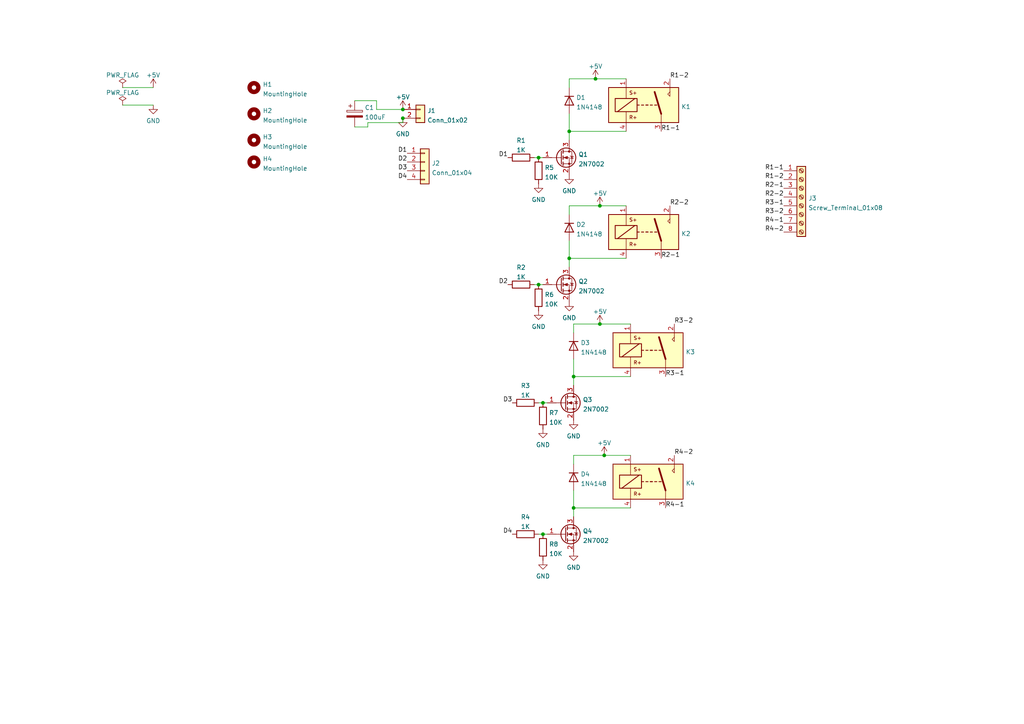
<source format=kicad_sch>
(kicad_sch (version 20211123) (generator eeschema)
  (paper "A4")
  (lib_symbols
    (symbol "Connector:Screw_Terminal_01x08" (pin_names (offset 1.016) hide)
      (property "Reference" "J" (at 0 10.16 0))
      (property "Value" "Screw_Terminal_01x08" (at 0 -12.7 0))
      (symbol "Screw_Terminal_01x08_1_1"
        (rectangle (start -1.27 8.89) (end 1.27 -11.43) (stroke (width 0.254)) (fill (type background)))
        (circle (center 0 -10.16) (radius 0.635) (stroke (width 0.1524)))
        (circle (center 0 -7.62) (radius 0.635) (stroke (width 0.1524)))
        (circle (center 0 -5.08) (radius 0.635) (stroke (width 0.1524)))
        (circle (center 0 -2.54) (radius 0.635) (stroke (width 0.1524)))
        (polyline (pts (xy -0.5334 -9.8298) (xy 0.3302 -10.668)) (stroke (width 0.1524)))
        (polyline (pts (xy -0.5334 -7.2898) (xy 0.3302 -8.128)) (stroke (width 0.1524)))
        (polyline (pts (xy -0.5334 -4.7498) (xy 0.3302 -5.588)) (stroke (width 0.1524)))
        (polyline (pts (xy -0.5334 -2.2098) (xy 0.3302 -3.048)) (stroke (width 0.1524)))
        (polyline (pts (xy -0.5334 0.3302) (xy 0.3302 -0.508)) (stroke (width 0.1524)))
        (polyline (pts (xy -0.5334 2.8702) (xy 0.3302 2.032)) (stroke (width 0.1524)))
        (polyline (pts (xy -0.5334 5.4102) (xy 0.3302 4.572)) (stroke (width 0.1524)))
        (polyline (pts (xy -0.5334 7.9502) (xy 0.3302 7.112)) (stroke (width 0.1524)))
        (polyline (pts (xy -0.3556 -9.652) (xy 0.508 -10.4902)) (stroke (width 0.1524)))
        (polyline (pts (xy -0.3556 -7.112) (xy 0.508 -7.9502)) (stroke (width 0.1524)))
        (polyline (pts (xy -0.3556 -4.572) (xy 0.508 -5.4102)) (stroke (width 0.1524)))
        (polyline (pts (xy -0.3556 -2.032) (xy 0.508 -2.8702)) (stroke (width 0.1524)))
        (polyline (pts (xy -0.3556 0.508) (xy 0.508 -0.3302)) (stroke (width 0.1524)))
        (polyline (pts (xy -0.3556 3.048) (xy 0.508 2.2098)) (stroke (width 0.1524)))
        (polyline (pts (xy -0.3556 5.588) (xy 0.508 4.7498)) (stroke (width 0.1524)))
        (polyline (pts (xy -0.3556 8.128) (xy 0.508 7.2898)) (stroke (width 0.1524)))
        (circle (center 0 0) (radius 0.635) (stroke (width 0.1524)))
        (circle (center 0 2.54) (radius 0.635) (stroke (width 0.1524)))
        (circle (center 0 5.08) (radius 0.635) (stroke (width 0.1524)))
        (circle (center 0 7.62) (radius 0.635) (stroke (width 0.1524)))
        (pin passive line (at -5.08 7.62 0) (length 3.81) (name "Pin_1") (number "1"))
        (pin passive line (at -5.08 5.08 0) (length 3.81) (name "Pin_2") (number "2"))
        (pin passive line (at -5.08 2.54 0) (length 3.81) (name "Pin_3") (number "3"))
        (pin passive line (at -5.08 0 0) (length 3.81) (name "Pin_4") (number "4"))
        (pin passive line (at -5.08 -2.54 0) (length 3.81) (name "Pin_5") (number "5"))
        (pin passive line (at -5.08 -5.08 0) (length 3.81) (name "Pin_6") (number "6"))
        (pin passive line (at -5.08 -7.62 0) (length 3.81) (name "Pin_7") (number "7"))
        (pin passive line (at -5.08 -10.16 0) (length 3.81) (name "Pin_8") (number "8"))
      )
    )
    (symbol "Connector_Generic:Conn_01x02" (pin_names (offset 1.016) hide)
      (property "Reference" "J" (at 0 2.54 0))
      (property "Value" "Conn_01x02" (at 0 -5.08 0))
      (symbol "Conn_01x02_1_1"
        (rectangle (start -1.27 -2.413) (end 0 -2.667) (stroke (width 0.1524)))
        (rectangle (start -1.27 0.127) (end 0 -0.127) (stroke (width 0.1524)))
        (rectangle (start -1.27 1.27) (end 1.27 -3.81) (stroke (width 0.254)) (fill (type background)))
        (pin passive line (at -5.08 0 0) (length 3.81) (name "Pin_1") (number "1"))
        (pin passive line (at -5.08 -2.54 0) (length 3.81) (name "Pin_2") (number "2"))
      )
    )
    (symbol "Connector_Generic:Conn_01x04" (pin_names (offset 1.016) hide)
      (property "Reference" "J" (at 0 5.08 0))
      (property "Value" "Conn_01x04" (at 0 -7.62 0))
      (symbol "Conn_01x04_1_1"
        (rectangle (start -1.27 -4.953) (end 0 -5.207) (stroke (width 0.1524)))
        (rectangle (start -1.27 -2.413) (end 0 -2.667) (stroke (width 0.1524)))
        (rectangle (start -1.27 0.127) (end 0 -0.127) (stroke (width 0.1524)))
        (rectangle (start -1.27 2.667) (end 0 2.413) (stroke (width 0.1524)))
        (rectangle (start -1.27 3.81) (end 1.27 -6.35) (stroke (width 0.254)) (fill (type background)))
        (pin passive line (at -5.08 2.54 0) (length 3.81) (name "Pin_1") (number "1"))
        (pin passive line (at -5.08 0 0) (length 3.81) (name "Pin_2") (number "2"))
        (pin passive line (at -5.08 -2.54 0) (length 3.81) (name "Pin_3") (number "3"))
        (pin passive line (at -5.08 -5.08 0) (length 3.81) (name "Pin_4") (number "4"))
      )
    )
    (symbol "Device:C_Polarized" (pin_numbers hide) (pin_names (offset 0.254))
      (property "Reference" "C" (at 0.635 2.54 0))
      (property "Value" "C_Polarized" (at 0.635 -2.54 0))
      (symbol "C_Polarized_0_1"
        (rectangle (start -2.286 0.508) (end 2.286 1.016))
        (polyline (pts (xy -1.778 2.286) (xy -0.762 2.286)))
        (polyline (pts (xy -1.27 2.794) (xy -1.27 1.778)))
        (rectangle (start 2.286 -0.508) (end -2.286 -1.016) (fill (type outline)))
      )
      (symbol "C_Polarized_1_1"
        (pin passive line (at 0 3.81 270) (length 2.794) (name "~") (number "1"))
        (pin passive line (at 0 -3.81 90) (length 2.794) (name "~") (number "2"))
      )
    )
    (symbol "Device:R" (pin_numbers hide) (pin_names (offset 0))
      (property "Reference" "R" (at 2.032 0 90))
      (property "Value" "R" (at 0 0 90))
      (symbol "R_0_1"
        (rectangle (start -1.016 -2.54) (end 1.016 2.54) (stroke (width 0.254)))
      )
      (symbol "R_1_1"
        (pin passive line (at 0 3.81 270) (length 1.27) (name "~") (number "1"))
        (pin passive line (at 0 -3.81 90) (length 1.27) (name "~") (number "2"))
      )
    )
    (symbol "Diode:1N4148" (pin_numbers hide) (pin_names (offset 1.016) hide)
      (property "Reference" "D" (at 0 2.54 0))
      (property "Value" "1N4148" (at 0 -2.54 0))
      (symbol "1N4148_0_1"
        (polyline (pts (xy -1.27 1.27) (xy -1.27 -1.27)) (stroke (width 0.254)))
        (polyline (pts (xy 1.27 0) (xy -1.27 0)))
        (polyline (pts (xy 1.27 1.27) (xy 1.27 -1.27) (xy -1.27 0) (xy 1.27 1.27)) (stroke (width 0.254)))
      )
      (symbol "1N4148_1_1"
        (pin passive line (at -3.81 0 0) (length 2.54) (name "K") (number "1"))
        (pin passive line (at 3.81 0 180) (length 2.54) (name "A") (number "2"))
      )
    )
    (symbol "Evan's misc parts:sonoff_relay"
      (property "Reference" "K" (at 11.43 1.27 0))
      (symbol "sonoff_relay_1_1"
        (rectangle (start -10.16 5.08) (end 10.16 -5.08) (stroke (width 0.254)) (fill (type background)))
        (rectangle (start -8.255 1.905) (end -1.905 -1.905) (stroke (width 0.254)))
        (polyline (pts (xy -7.62 -1.905) (xy -2.54 1.905)) (stroke (width 0.254)))
        (polyline (pts (xy -5.08 -5.08) (xy -5.08 -1.905)))
        (polyline (pts (xy -5.08 5.08) (xy -5.08 1.905)))
        (polyline (pts (xy -1.905 0) (xy -1.27 0)) (stroke (width 0.254)))
        (polyline (pts (xy -0.635 0) (xy 0 0)) (stroke (width 0.254)))
        (polyline (pts (xy 0.635 0) (xy 1.27 0)) (stroke (width 0.254)))
        (polyline (pts (xy 0.635 0) (xy 1.27 0)) (stroke (width 0.254)))
        (polyline (pts (xy 1.905 0) (xy 2.54 0)) (stroke (width 0.254)))
        (polyline (pts (xy 3.175 0) (xy 3.81 0)) (stroke (width 0.254)))
        (polyline (pts (xy 5.08 -2.54) (xy 3.175 3.81)) (stroke (width 0.508)))
        (polyline (pts (xy 5.08 -2.54) (xy 5.08 -5.08)))
        (polyline (pts (xy 7.62 3.81) (xy 7.62 5.08)))
        (polyline (pts (xy 7.62 3.81) (xy 7.62 2.54) (xy 6.985 3.175) (xy 7.62 3.81)))
        (text "R+" (at -3.048 -3.556 0) (effects (font (size 1.016 1.016))))
        (text "S+" (at -3.048 3.556 0) (effects (font (size 1.016 1.016))))
        (pin passive line (at -5.08 7.62 270) (length 2.54) (name "~") (number "1"))
        (pin passive line (at 7.62 7.62 270) (length 2.54) (name "~") (number "2"))
        (pin passive line (at 5.08 -7.62 90) (length 2.54) (name "~") (number "3"))
        (pin passive line (at -5.08 -7.62 90) (length 2.54) (name "~") (number "4"))
      )
    )
    (symbol "Mechanical:MountingHole" (pin_names (offset 1.016))
      (property "Reference" "H" (at 0 5.08 0))
      (property "Value" "MountingHole" (at 0 3.175 0))
      (symbol "MountingHole_0_1"
        (circle (center 0 0) (radius 1.27) (stroke (width 1.27)))
      )
    )
    (symbol "Transistor_FET:2N7002" (pin_names hide)
      (property "Reference" "Q" (at 5.08 1.905 0))
      (property "Value" "2N7002" (at 5.08 0 0))
      (symbol "2N7002_0_1"
        (polyline (pts (xy 0.254 0) (xy -2.54 0)))
        (polyline (pts (xy 0.254 1.905) (xy 0.254 -1.905)) (stroke (width 0.254)))
        (polyline (pts (xy 0.762 -1.27) (xy 0.762 -2.286)) (stroke (width 0.254)))
        (polyline (pts (xy 0.762 0.508) (xy 0.762 -0.508)) (stroke (width 0.254)))
        (polyline (pts (xy 0.762 2.286) (xy 0.762 1.27)) (stroke (width 0.254)))
        (polyline (pts (xy 2.54 2.54) (xy 2.54 1.778)))
        (polyline (pts (xy 2.54 -2.54) (xy 2.54 0) (xy 0.762 0)))
        (polyline (pts (xy 0.762 -1.778) (xy 3.302 -1.778) (xy 3.302 1.778) (xy 0.762 1.778)))
        (polyline (pts (xy 1.016 0) (xy 2.032 0.381) (xy 2.032 -0.381) (xy 1.016 0)) (fill (type outline)))
        (polyline (pts (xy 2.794 0.508) (xy 2.921 0.381) (xy 3.683 0.381) (xy 3.81 0.254)))
        (polyline (pts (xy 3.302 0.381) (xy 2.921 -0.254) (xy 3.683 -0.254) (xy 3.302 0.381)))
        (circle (center 1.651 0) (radius 2.794) (stroke (width 0.254)))
        (circle (center 2.54 -1.778) (radius 0.254) (fill (type outline)))
        (circle (center 2.54 1.778) (radius 0.254) (fill (type outline)))
      )
      (symbol "2N7002_1_1"
        (pin input line (at -5.08 0 0) (length 2.54) (name "G") (number "1"))
        (pin passive line (at 2.54 -5.08 90) (length 2.54) (name "S") (number "2"))
        (pin passive line (at 2.54 5.08 270) (length 2.54) (name "D") (number "3"))
      )
    )
    (symbol "power:+5V" (power) (pin_names (offset 0))
      (property "Value" "+5V" (at 0 3.556 0))
      (symbol "+5V_0_1"
        (polyline (pts (xy -0.762 1.27) (xy 0 2.54)))
        (polyline (pts (xy 0 0) (xy 0 2.54)))
        (polyline (pts (xy 0 2.54) (xy 0.762 1.27)))
      )
      (symbol "+5V_1_1"
        (pin power_in line (at 0 0 90) (length 0) hide (name "+5V") (number "1"))
      )
    )
    (symbol "power:GND" (power) (pin_names (offset 0))
      (property "Value" "GND" (at 0 -3.81 0))
      (symbol "GND_0_1"
        (polyline (pts (xy 0 0) (xy 0 -1.27) (xy 1.27 -1.27) (xy 0 -2.54) (xy -1.27 -1.27) (xy 0 -1.27)))
      )
      (symbol "GND_1_1"
        (pin power_in line (at 0 0 270) (length 0) hide (name "GND") (number "1"))
      )
    )
    (symbol "power:PWR_FLAG" (power) (pin_numbers hide) (pin_names (offset 0) hide)
      (property "Value" "PWR_FLAG" (at 0 3.81 0))
      (symbol "PWR_FLAG_0_0"
        (pin power_out line (at 0 0 90) (length 0) (name "pwr") (number "1"))
      )
      (symbol "PWR_FLAG_0_1"
        (polyline (pts (xy 0 0) (xy 0 1.27) (xy -1.016 1.905) (xy 0 2.54) (xy 1.016 1.905) (xy 0 1.27)))
      )
    )
  )
  (junction (at 156.21 45.72))
  (junction (at 172.72 22.86))
  (junction (at 116.84 34.29))
  (junction (at 173.99 59.69))
  (junction (at 116.84 31.75))
  (junction (at 157.48 116.84))
  (junction (at 173.99 93.98))
  (junction (at 166.37 109.22))
  (junction (at 156.21 82.55))
  (junction (at 165.1 74.93))
  (junction (at 166.37 147.32))
  (junction (at 157.48 154.94))
  (junction (at 175.26 132.08))
  (junction (at 165.1 38.1))
  (wire (pts (xy 182.88 109.22) (xy 166.37 109.22)))
  (wire (pts (xy 156.21 116.84) (xy 157.48 116.84)))
  (wire (pts (xy 166.37 147.32) (xy 166.37 149.86)))
  (wire (pts (xy 173.99 93.98) (xy 166.37 93.98)))
  (wire (pts (xy 165.1 22.86) (xy 165.1 25.4)))
  (wire (pts (xy 166.37 109.22) (xy 166.37 111.76)))
  (wire (pts (xy 35.56 30.48) (xy 44.45 30.48)))
  (wire (pts (xy 182.88 147.32) (xy 166.37 147.32)))
  (wire (pts (xy 109.22 29.21) (xy 102.87 29.21)))
  (wire (pts (xy 106.68 36.83) (xy 102.87 36.83)))
  (wire (pts (xy 181.61 22.86) (xy 172.72 22.86)))
  (wire (pts (xy 165.1 38.1) (xy 165.1 40.64)))
  (wire (pts (xy 156.21 154.94) (xy 157.48 154.94)))
  (wire (pts (xy 182.88 132.08) (xy 175.26 132.08)))
  (wire (pts (xy 166.37 104.14) (xy 166.37 109.22)))
  (wire (pts (xy 106.68 35.56) (xy 106.68 36.83)))
  (wire (pts (xy 154.94 82.55) (xy 156.21 82.55)))
  (wire (pts (xy 173.99 59.69) (xy 165.1 59.69)))
  (wire (pts (xy 181.61 38.1) (xy 165.1 38.1)))
  (wire (pts (xy 182.88 93.98) (xy 173.99 93.98)))
  (wire (pts (xy 116.84 35.56) (xy 106.68 35.56)))
  (wire (pts (xy 165.1 74.93) (xy 165.1 77.47)))
  (wire (pts (xy 175.26 132.08) (xy 166.37 132.08)))
  (wire (pts (xy 116.84 34.29) (xy 116.84 35.56)))
  (wire (pts (xy 166.37 132.08) (xy 166.37 134.62)))
  (wire (pts (xy 172.72 22.86) (xy 165.1 22.86)))
  (wire (pts (xy 166.37 93.98) (xy 166.37 96.52)))
  (wire (pts (xy 166.37 142.24) (xy 166.37 147.32)))
  (wire (pts (xy 165.1 69.85) (xy 165.1 74.93)))
  (wire (pts (xy 165.1 33.02) (xy 165.1 38.1)))
  (wire (pts (xy 116.84 31.75) (xy 109.22 31.75)))
  (wire (pts (xy 109.22 31.75) (xy 109.22 29.21)))
  (wire (pts (xy 181.61 74.93) (xy 165.1 74.93)))
  (wire (pts (xy 156.21 45.72) (xy 157.48 45.72)))
  (wire (pts (xy 181.61 59.69) (xy 173.99 59.69)))
  (wire (pts (xy 156.21 82.55) (xy 157.48 82.55)))
  (wire (pts (xy 154.94 45.72) (xy 156.21 45.72)))
  (wire (pts (xy 35.56 25.4) (xy 44.45 25.4)))
  (wire (pts (xy 157.48 154.94) (xy 158.75 154.94)))
  (wire (pts (xy 157.48 116.84) (xy 158.75 116.84)))
  (wire (pts (xy 165.1 59.69) (xy 165.1 62.23)))
  (label "R1-2" (at 194.31 22.86 0))
  (label "D4" (at 148.59 154.94 180))
  (label "D1" (at 118.11 44.45 180))
  (label "R3-1" (at 193.04 109.22 0))
  (label "R4-2" (at 227.33 67.31 180))
  (label "D1" (at 147.32 45.72 180))
  (label "R1-1" (at 227.33 49.53 180))
  (label "D3" (at 148.59 116.84 180))
  (label "R1-1" (at 191.77 38.1 0))
  (label "R3-2" (at 195.58 93.98 0))
  (label "D2" (at 147.32 82.55 180))
  (label "R1-2" (at 227.33 52.07 180))
  (label "R4-1" (at 193.04 147.32 0))
  (label "R3-1" (at 227.33 59.69 180))
  (label "R3-2" (at 227.33 62.23 180))
  (label "R2-2" (at 227.33 57.15 180))
  (label "R2-1" (at 227.33 54.61 180))
  (label "R4-1" (at 227.33 64.77 180))
  (label "R2-1" (at 191.77 74.93 0))
  (label "D4" (at 118.11 52.07 180))
  (label "R2-2" (at 194.31 59.69 0))
  (label "D3" (at 118.11 49.53 180))
  (label "D2" (at 118.11 46.99 180))
  (label "R4-2" (at 195.58 132.08 0))
  (symbol (lib_id "Transistor_FET:2N7002") (at 163.83 116.84 0) (unit 1)
    (property "Reference" "Q3" (at 169.037 115.9315 0) (effects (justify left)))
    (property "Value" "2N7002" (at 169.037 118.7066 0) (effects (justify left)))
    (property "Footprint" "Package_TO_SOT_SMD:SOT-23" (effects hide))
    (property "Datasheet" "https://www.onsemi.com/pub/Collateral/NDS7002A-D.PDF" (effects hide))
  )
  (symbol (lib_id "power:GND") (at 165.1 87.63 0) (unit 1)
    (property "Reference" "#PWR0102" (effects hide))
    (property "Value" "GND" (at 165.1 92.1925 0))
  )
  (symbol (lib_id "power:PWR_FLAG") (at 35.56 30.48 0) (unit 1)
    (property "Reference" "#FLG0102" (effects hide))
    (property "Value" "PWR_FLAG" (at 35.56 26.8755 0))
  )
  (symbol (lib_id "Connector:Screw_Terminal_01x08") (at 232.41 57.15 0) (unit 1)
    (property "Reference" "J3" (at 234.442 57.5115 0) (effects (justify left)))
    (property "Value" "Screw_Terminal_01x08" (at 234.442 60.2866 0) (effects (justify left)))
    (property "Footprint" "Connector_Phoenix_MC:PhoenixContact_MC_1,5_8-GF-3.5_1x08_P3.50mm_Horizontal_ThreadedFlange_MountHole" (effects hide))
  )
  (symbol (lib_id "power:GND") (at 165.1 50.8 0) (unit 1)
    (property "Reference" "#PWR0114" (effects hide))
    (property "Value" "GND" (at 165.1 55.3625 0))
  )
  (symbol (lib_id "power:+5V") (at 173.99 93.98 0) (unit 1)
    (property "Reference" "#PWR0103" (effects hide))
    (property "Value" "+5V" (at 173.99 90.3755 0))
  )
  (symbol (lib_id "power:GND") (at 166.37 160.02 0) (unit 1)
    (property "Reference" "#PWR0108" (effects hide))
    (property "Value" "GND" (at 166.37 164.5825 0))
  )
  (symbol (lib_id "power:GND") (at 156.21 90.17 0) (unit 1)
    (property "Reference" "#PWR0101" (effects hide))
    (property "Value" "GND" (at 156.21 94.7325 0))
  )
  (symbol (lib_id "Evan's misc parts:sonoff_relay") (at 187.96 101.6 0) (unit 1)
    (property "Reference" "K3" (at 198.882 102.079 0) (effects (justify left)))
    (property "Value" "sonoff_relay" (effects hide))
    (property "Footprint" "Evan's misc parts:sonoff relay" (effects hide))
    (property "Datasheet" "https://datasheet.lcsc.com/lcsc/1810271712_HF-Xiamen-Hongfa-Electroacoustic-HF32F-G-005-HS_C74541.pdf" (effects hide))
  )
  (symbol (lib_id "Device:R") (at 151.13 45.72 90) (unit 1)
    (property "Reference" "R1" (at 151.13 40.7375 90))
    (property "Value" "1K" (at 151.13 43.5126 90))
    (property "Footprint" "Resistor_SMD:R_0603_1608Metric" (effects hide))
  )
  (symbol (lib_id "Transistor_FET:2N7002") (at 162.56 45.72 0) (unit 1)
    (property "Reference" "Q1" (at 167.767 44.8115 0) (effects (justify left)))
    (property "Value" "2N7002" (at 167.767 47.5866 0) (effects (justify left)))
    (property "Footprint" "Package_TO_SOT_SMD:SOT-23" (effects hide))
    (property "Datasheet" "https://www.onsemi.com/pub/Collateral/NDS7002A-D.PDF" (effects hide))
  )
  (symbol (lib_id "Mechanical:MountingHole") (at 73.66 25.4 0) (unit 1)
    (property "Reference" "H1" (at 76.2 24.4915 0) (effects (justify left)))
    (property "Value" "MountingHole" (at 76.2 27.2666 0) (effects (justify left)))
    (property "Footprint" "MountingHole:MountingHole_3.2mm_M3" (effects hide))
  )
  (symbol (lib_id "Device:R") (at 156.21 86.36 0) (unit 1)
    (property "Reference" "R6" (at 157.988 85.4515 0) (effects (justify left)))
    (property "Value" "10K" (at 157.988 88.2266 0) (effects (justify left)))
    (property "Footprint" "Resistor_SMD:R_0603_1608Metric" (effects hide))
  )
  (symbol (lib_id "Diode:1N4148") (at 165.1 29.21 270) (unit 1)
    (property "Reference" "D1" (at 167.132 28.3015 90) (effects (justify left)))
    (property "Value" "1N4148" (at 167.132 31.0766 90) (effects (justify left)))
    (property "Footprint" "Diode_SMD:D_SOD-123F" (effects hide))
    (property "Datasheet" "https://assets.nexperia.com/documents/data-sheet/1N4148_1N4448.pdf" (effects hide))
  )
  (symbol (lib_id "power:+5V") (at 172.72 22.86 0) (unit 1)
    (property "Reference" "#PWR0109" (effects hide))
    (property "Value" "+5V" (at 172.72 19.2555 0))
  )
  (symbol (lib_id "Device:R") (at 156.21 49.53 0) (unit 1)
    (property "Reference" "R5" (at 157.988 48.6215 0) (effects (justify left)))
    (property "Value" "10K" (at 157.988 51.3966 0) (effects (justify left)))
    (property "Footprint" "Resistor_SMD:R_0603_1608Metric" (effects hide))
  )
  (symbol (lib_id "power:GND") (at 156.21 53.34 0) (unit 1)
    (property "Reference" "#PWR0112" (effects hide))
    (property "Value" "GND" (at 156.21 57.9025 0))
  )
  (symbol (lib_id "Transistor_FET:2N7002") (at 162.56 82.55 0) (unit 1)
    (property "Reference" "Q2" (at 167.767 81.6415 0) (effects (justify left)))
    (property "Value" "2N7002" (at 167.767 84.4166 0) (effects (justify left)))
    (property "Footprint" "Package_TO_SOT_SMD:SOT-23" (effects hide))
    (property "Datasheet" "https://www.onsemi.com/pub/Collateral/NDS7002A-D.PDF" (effects hide))
  )
  (symbol (lib_id "Device:R") (at 157.48 158.75 0) (unit 1)
    (property "Reference" "R8" (at 159.258 157.8415 0) (effects (justify left)))
    (property "Value" "10K" (at 159.258 160.6166 0) (effects (justify left)))
    (property "Footprint" "Resistor_SMD:R_0603_1608Metric" (effects hide))
  )
  (symbol (lib_id "power:GND") (at 157.48 124.46 0) (unit 1)
    (property "Reference" "#PWR0104" (effects hide))
    (property "Value" "GND" (at 157.48 129.0225 0))
  )
  (symbol (lib_id "power:PWR_FLAG") (at 35.56 25.4 0) (unit 1)
    (property "Reference" "#FLG0101" (effects hide))
    (property "Value" "PWR_FLAG" (at 35.56 21.7955 0))
  )
  (symbol (lib_id "Device:R") (at 152.4 116.84 90) (unit 1)
    (property "Reference" "R3" (at 152.4 111.8575 90))
    (property "Value" "1K" (at 152.4 114.6326 90))
    (property "Footprint" "Resistor_SMD:R_0603_1608Metric" (effects hide))
  )
  (symbol (lib_id "Device:R") (at 157.48 120.65 0) (unit 1)
    (property "Reference" "R7" (at 159.258 119.7415 0) (effects (justify left)))
    (property "Value" "10K" (at 159.258 122.5166 0) (effects (justify left)))
    (property "Footprint" "Resistor_SMD:R_0603_1608Metric" (effects hide))
  )
  (symbol (lib_id "power:GND") (at 44.45 30.48 0) (unit 1)
    (property "Reference" "#PWR0115" (effects hide))
    (property "Value" "GND" (at 44.45 35.0425 0))
  )
  (symbol (lib_id "power:+5V") (at 175.26 132.08 0) (unit 1)
    (property "Reference" "#PWR0106" (effects hide))
    (property "Value" "+5V" (at 175.26 128.4755 0))
  )
  (symbol (lib_id "Diode:1N4148") (at 165.1 66.04 270) (unit 1)
    (property "Reference" "D2" (at 167.132 65.1315 90) (effects (justify left)))
    (property "Value" "1N4148" (at 167.132 67.9066 90) (effects (justify left)))
    (property "Footprint" "Diode_SMD:D_SOD-123F" (effects hide))
    (property "Datasheet" "https://assets.nexperia.com/documents/data-sheet/1N4148_1N4448.pdf" (effects hide))
  )
  (symbol (lib_id "Evan's misc parts:sonoff_relay") (at 187.96 139.7 0) (unit 1)
    (property "Reference" "K4" (at 198.882 140.179 0) (effects (justify left)))
    (property "Value" "sonoff_relay" (effects hide))
    (property "Footprint" "Evan's misc parts:sonoff relay" (effects hide))
    (property "Datasheet" "https://datasheet.lcsc.com/lcsc/1810271712_HF-Xiamen-Hongfa-Electroacoustic-HF32F-G-005-HS_C74541.pdf" (effects hide))
  )
  (symbol (lib_id "power:+5V") (at 173.99 59.69 0) (unit 1)
    (property "Reference" "#PWR0113" (effects hide))
    (property "Value" "+5V" (at 173.99 56.0855 0))
  )
  (symbol (lib_id "Transistor_FET:2N7002") (at 163.83 154.94 0) (unit 1)
    (property "Reference" "Q4" (at 169.037 154.0315 0) (effects (justify left)))
    (property "Value" "2N7002" (at 169.037 156.8066 0) (effects (justify left)))
    (property "Footprint" "Package_TO_SOT_SMD:SOT-23" (effects hide))
    (property "Datasheet" "https://www.onsemi.com/pub/Collateral/NDS7002A-D.PDF" (effects hide))
  )
  (symbol (lib_id "Diode:1N4148") (at 166.37 138.43 270) (unit 1)
    (property "Reference" "D4" (at 168.402 137.5215 90) (effects (justify left)))
    (property "Value" "1N4148" (at 168.402 140.2966 90) (effects (justify left)))
    (property "Footprint" "Diode_SMD:D_SOD-123F" (effects hide))
    (property "Datasheet" "https://assets.nexperia.com/documents/data-sheet/1N4148_1N4448.pdf" (effects hide))
  )
  (symbol (lib_id "Device:C_Polarized") (at 102.87 33.02 0) (unit 1)
    (property "Reference" "C1" (at 105.791 31.2225 0) (effects (justify left)))
    (property "Value" "100uF" (at 105.791 33.9976 0) (effects (justify left)))
    (property "Footprint" "Capacitor_THT:CP_Radial_D5.0mm_P2.00mm" (effects hide))
  )
  (symbol (lib_id "Diode:1N4148") (at 166.37 100.33 270) (unit 1)
    (property "Reference" "D3" (at 168.402 99.4215 90) (effects (justify left)))
    (property "Value" "1N4148" (at 168.402 102.1966 90) (effects (justify left)))
    (property "Footprint" "Diode_SMD:D_SOD-123F" (effects hide))
    (property "Datasheet" "https://assets.nexperia.com/documents/data-sheet/1N4148_1N4448.pdf" (effects hide))
  )
  (symbol (lib_id "Device:R") (at 152.4 154.94 90) (unit 1)
    (property "Reference" "R4" (at 152.4 149.9575 90))
    (property "Value" "1K" (at 152.4 152.7326 90))
    (property "Footprint" "Resistor_SMD:R_0603_1608Metric" (effects hide))
  )
  (symbol (lib_id "power:GND") (at 157.48 162.56 0) (unit 1)
    (property "Reference" "#PWR0107" (effects hide))
    (property "Value" "GND" (at 157.48 167.1225 0))
  )
  (symbol (lib_id "Connector_Generic:Conn_01x02") (at 121.92 31.75 0) (unit 1)
    (property "Reference" "J1" (at 123.952 32.1115 0) (effects (justify left)))
    (property "Value" "Conn_01x02" (at 123.952 34.8866 0) (effects (justify left)))
    (property "Footprint" "Connector_PinHeader_2.54mm:PinHeader_1x02_P2.54mm_Vertical" (effects hide))
  )
  (symbol (lib_id "Mechanical:MountingHole") (at 73.66 33.02 0) (unit 1)
    (property "Reference" "H2" (at 76.2 32.1115 0) (effects (justify left)))
    (property "Value" "MountingHole" (at 76.2 34.8866 0) (effects (justify left)))
    (property "Footprint" "MountingHole:MountingHole_3.2mm_M3" (effects hide))
  )
  (symbol (lib_id "Evan's misc parts:sonoff_relay") (at 186.69 67.31 0) (unit 1)
    (property "Reference" "K2" (at 197.612 67.789 0) (effects (justify left)))
    (property "Value" "sonoff_relay" (effects hide))
    (property "Footprint" "Evan's misc parts:sonoff relay" (effects hide))
    (property "Datasheet" "https://datasheet.lcsc.com/lcsc/1810271712_HF-Xiamen-Hongfa-Electroacoustic-HF32F-G-005-HS_C74541.pdf" (effects hide))
  )
  (symbol (lib_id "Mechanical:MountingHole") (at 73.66 40.64 0) (unit 1)
    (property "Reference" "H3" (at 76.2 39.7315 0) (effects (justify left)))
    (property "Value" "MountingHole" (at 76.2 42.5066 0) (effects (justify left)))
    (property "Footprint" "MountingHole:MountingHole_3.2mm_M3" (effects hide))
  )
  (symbol (lib_id "power:GND") (at 116.84 34.29 0) (unit 1)
    (property "Reference" "#PWR0111" (effects hide))
    (property "Value" "GND" (at 116.84 38.8525 0))
  )
  (symbol (lib_id "Connector_Generic:Conn_01x04") (at 123.19 46.99 0) (unit 1)
    (property "Reference" "J2" (at 125.222 47.3515 0) (effects (justify left)))
    (property "Value" "Conn_01x04" (at 125.222 50.1266 0) (effects (justify left)))
    (property "Footprint" "Connector_PinHeader_2.54mm:PinHeader_1x04_P2.54mm_Vertical" (effects hide))
  )
  (symbol (lib_id "power:GND") (at 166.37 121.92 0) (unit 1)
    (property "Reference" "#PWR0105" (effects hide))
    (property "Value" "GND" (at 166.37 126.4825 0))
  )
  (symbol (lib_id "power:+5V") (at 116.84 31.75 0) (unit 1)
    (property "Reference" "#PWR0110" (effects hide))
    (property "Value" "+5V" (at 116.84 28.1455 0))
  )
  (symbol (lib_id "Evan's misc parts:sonoff_relay") (at 186.69 30.48 0) (unit 1)
    (property "Reference" "K1" (at 197.612 30.959 0) (effects (justify left)))
    (property "Value" "sonoff_relay" (effects hide))
    (property "Footprint" "Evan's misc parts:sonoff relay" (effects hide))
    (property "Datasheet" "https://datasheet.lcsc.com/lcsc/1810271712_HF-Xiamen-Hongfa-Electroacoustic-HF32F-G-005-HS_C74541.pdf" (effects hide))
  )
  (symbol (lib_id "Mechanical:MountingHole") (at 73.66 46.99 0) (unit 1)
    (property "Reference" "H4" (at 76.2 46.0815 0) (effects (justify left)))
    (property "Value" "MountingHole" (at 76.2 48.8566 0) (effects (justify left)))
    (property "Footprint" "MountingHole:MountingHole_3.2mm_M3" (effects hide))
  )
  (symbol (lib_id "power:+5V") (at 44.45 25.4 0) (unit 1)
    (property "Reference" "#PWR0117" (effects hide))
    (property "Value" "+5V" (at 44.45 21.7955 0))
  )
  (symbol (lib_id "Device:R") (at 151.13 82.55 90) (unit 1)
    (property "Reference" "R2" (at 151.13 77.5675 90))
    (property "Value" "1K" (at 151.13 80.3426 90))
    (property "Footprint" "Resistor_SMD:R_0603_1608Metric" (effects hide))
  )
)
</source>
